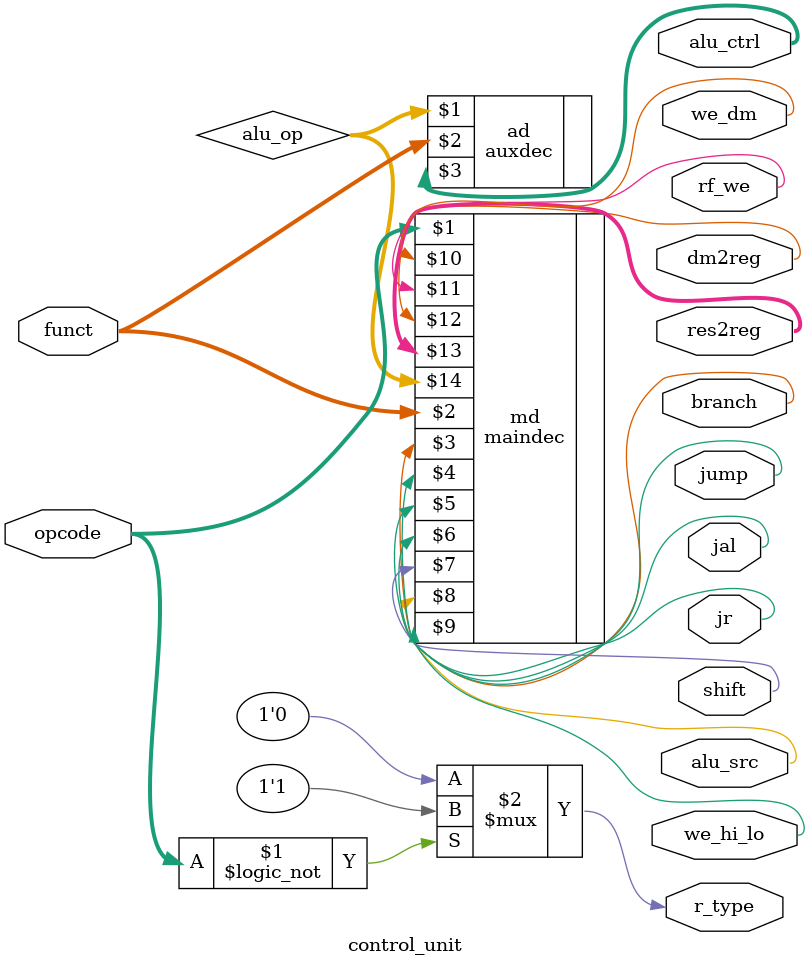
<source format=v>

module control_unit(
    input  wire [5:0] opcode, funct,
    output wire       branch, jump, jal, jr, r_type, shift, alu_src, we_hi_lo, we_dm, rf_we, dm2reg,
    output wire [1:0] res2reg,
    output wire [2:0] alu_ctrl );

    wire [1:0] alu_op;
    assign r_type = opcode == 6'b0 ? 1'b1 : 1'b0;

    maindec md ( opcode, funct, branch, jump, jal, jr, shift, alu_src, we_hi_lo, we_dm, rf_we, dm2reg, res2reg, alu_op );
    auxdec  ad ( alu_op, funct, alu_ctrl );

endmodule

</source>
